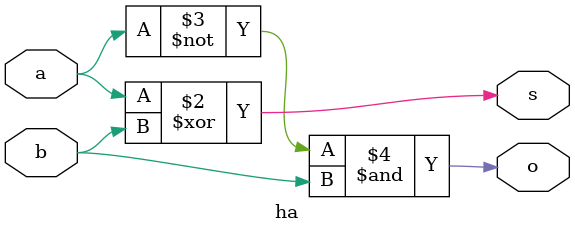
<source format=v>
module ha_test;
reg a,b;
wire s,o;
ha oo(.a(a),.b(b),.s(s),.o(o));
initial begin
  #0 a=0; b=0;
  #10 a=0; b=1;
  #10 a=1; b=0;
  #10 a=1; b=1;
end
initial begin
$display("Half Subtractor (Behavioural) -- HEM -- 2020503007\n");
    $monitor("a = %b b = %b diff = %b carry = %b",a,b,s,o);
end
endmodule

module ha(a,b,s,o);
input a,b;
output s,o;
reg s,o;
always@(a,b)
begin
  s = a^b;
  o = (~a)&b;
end
endmodule
</source>
